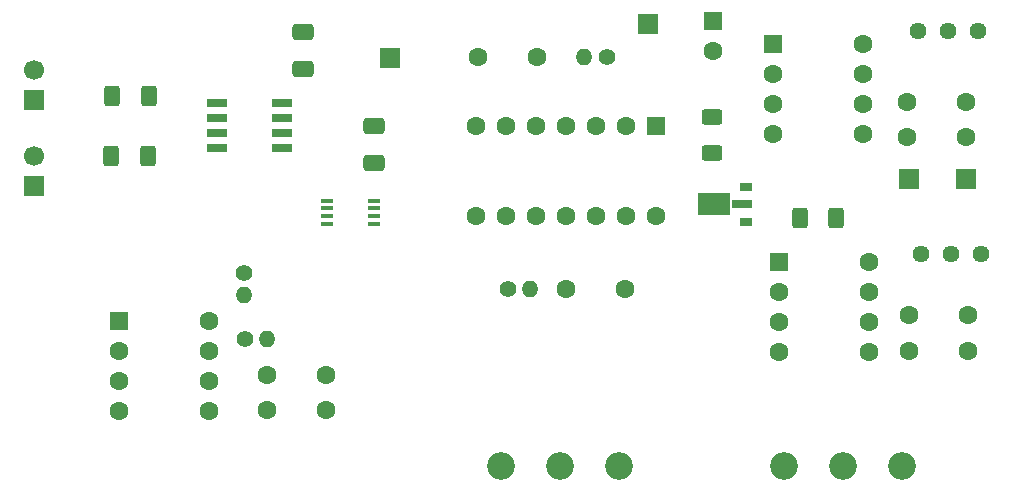
<source format=gbr>
%TF.GenerationSoftware,KiCad,Pcbnew,9.0.1-9.0.1-0~ubuntu24.04.1*%
%TF.CreationDate,2025-05-01T18:06:16+02:00*%
%TF.ProjectId,Circuito_LED,43697263-7569-4746-9f5f-4c45442e6b69,rev?*%
%TF.SameCoordinates,Original*%
%TF.FileFunction,Soldermask,Top*%
%TF.FilePolarity,Negative*%
%FSLAX46Y46*%
G04 Gerber Fmt 4.6, Leading zero omitted, Abs format (unit mm)*
G04 Created by KiCad (PCBNEW 9.0.1-9.0.1-0~ubuntu24.04.1) date 2025-05-01 18:06:16*
%MOMM*%
%LPD*%
G01*
G04 APERTURE LIST*
G04 Aperture macros list*
%AMRoundRect*
0 Rectangle with rounded corners*
0 $1 Rounding radius*
0 $2 $3 $4 $5 $6 $7 $8 $9 X,Y pos of 4 corners*
0 Add a 4 corners polygon primitive as box body*
4,1,4,$2,$3,$4,$5,$6,$7,$8,$9,$2,$3,0*
0 Add four circle primitives for the rounded corners*
1,1,$1+$1,$2,$3*
1,1,$1+$1,$4,$5*
1,1,$1+$1,$6,$7*
1,1,$1+$1,$8,$9*
0 Add four rect primitives between the rounded corners*
20,1,$1+$1,$2,$3,$4,$5,0*
20,1,$1+$1,$4,$5,$6,$7,0*
20,1,$1+$1,$6,$7,$8,$9,0*
20,1,$1+$1,$8,$9,$2,$3,0*%
G04 Aperture macros list end*
%ADD10R,1.700000X1.700000*%
%ADD11R,1.023099X0.354800*%
%ADD12C,1.600000*%
%ADD13C,1.400000*%
%ADD14O,1.400000X1.400000*%
%ADD15RoundRect,0.250000X-0.550000X0.550000X-0.550000X-0.550000X0.550000X-0.550000X0.550000X0.550000X0*%
%ADD16RoundRect,0.250000X0.400000X0.625000X-0.400000X0.625000X-0.400000X-0.625000X0.400000X-0.625000X0*%
%ADD17RoundRect,0.250000X-0.400000X-0.625000X0.400000X-0.625000X0.400000X0.625000X-0.400000X0.625000X0*%
%ADD18RoundRect,0.250000X-0.625000X0.400000X-0.625000X-0.400000X0.625000X-0.400000X0.625000X0.400000X0*%
%ADD19R,1.600000X1.600000*%
%ADD20RoundRect,0.250000X-0.550000X-0.550000X0.550000X-0.550000X0.550000X0.550000X-0.550000X0.550000X0*%
%ADD21R,1.100000X0.700000*%
%ADD22R,1.800000X0.700000*%
%ADD23R,2.800000X1.900000*%
%ADD24RoundRect,0.250000X-0.650000X0.412500X-0.650000X-0.412500X0.650000X-0.412500X0.650000X0.412500X0*%
%ADD25C,2.340000*%
%ADD26RoundRect,0.089250X-0.747750X-0.267750X0.747750X-0.267750X0.747750X0.267750X-0.747750X0.267750X0*%
%ADD27C,1.440000*%
%ADD28C,1.700000*%
G04 APERTURE END LIST*
D10*
%TO.C,GND*%
X167900000Y-94700000D03*
%TD*%
D11*
%TO.C,U5*%
X113831304Y-96500000D03*
X113831304Y-97149998D03*
X113831304Y-97800000D03*
X113831304Y-98449998D03*
X117750000Y-98449998D03*
X117750000Y-97800000D03*
X117750000Y-97149998D03*
X117750000Y-96500000D03*
%TD*%
D12*
%TO.C,C5*%
X167875000Y-91130000D03*
X162875000Y-91130000D03*
%TD*%
D13*
%TO.C,R3*%
X106750000Y-102595000D03*
D14*
X106750000Y-104495000D03*
%TD*%
D12*
%TO.C,C6*%
X162875000Y-88130000D03*
X167875000Y-88130000D03*
%TD*%
D10*
%TO.C,5V*%
X141000000Y-81500000D03*
%TD*%
D12*
%TO.C,C1*%
X168060000Y-109210000D03*
X163060000Y-109210000D03*
%TD*%
D15*
%TO.C,U3*%
X141620000Y-90195000D03*
D12*
X139080000Y-90195000D03*
X136540000Y-90195000D03*
X134000000Y-90195000D03*
X131460000Y-90195000D03*
X128920000Y-90195000D03*
X126380000Y-90195000D03*
X126380000Y-97815000D03*
X128920000Y-97815000D03*
X131460000Y-97815000D03*
X134000000Y-97815000D03*
X136540000Y-97815000D03*
X139080000Y-97815000D03*
X141620000Y-97815000D03*
%TD*%
D16*
%TO.C,R9*%
X156900000Y-98000000D03*
X153800000Y-98000000D03*
%TD*%
D12*
%TO.C,C2*%
X163060000Y-106210000D03*
X168060000Y-106210000D03*
%TD*%
D13*
%TO.C,R4*%
X106845000Y-108250000D03*
D14*
X108745000Y-108250000D03*
%TD*%
D17*
%TO.C,R11*%
X95600000Y-87600000D03*
X98700000Y-87600000D03*
%TD*%
D10*
%TO.C,GND*%
X119100000Y-84400000D03*
%TD*%
D12*
%TO.C,C14*%
X126580000Y-84315000D03*
X131580000Y-84315000D03*
%TD*%
D18*
%TO.C,R10*%
X146400000Y-89400000D03*
X146400000Y-92500000D03*
%TD*%
D19*
%TO.C,C7*%
X146500000Y-81294888D03*
D12*
X146500000Y-83794888D03*
%TD*%
D20*
%TO.C,U2*%
X96195000Y-106690000D03*
D12*
X96195000Y-109230000D03*
X96195000Y-111770000D03*
X96195000Y-114310000D03*
X103815000Y-114310000D03*
X103815000Y-111770000D03*
X103815000Y-109230000D03*
X103815000Y-106690000D03*
%TD*%
D21*
%TO.C,Q6*%
X149250000Y-95300000D03*
D22*
X148900000Y-96800000D03*
D21*
X149250000Y-98300000D03*
D23*
X146600000Y-96800000D03*
%TD*%
D13*
%TO.C,R14*%
X137485000Y-84315000D03*
D14*
X135585000Y-84315000D03*
%TD*%
D12*
%TO.C,C3*%
X113750000Y-114250000D03*
X108750000Y-114250000D03*
%TD*%
D24*
%TO.C,C16*%
X111750000Y-82187500D03*
X111750000Y-85312500D03*
%TD*%
D13*
%TO.C,R13*%
X129095000Y-104000000D03*
D14*
X130995000Y-104000000D03*
%TD*%
D25*
%TO.C,RV2*%
X128500000Y-119000000D03*
X133500000Y-119000000D03*
X138500000Y-119000000D03*
%TD*%
D20*
%TO.C,U1*%
X152060000Y-101670000D03*
D12*
X152060000Y-104210000D03*
X152060000Y-106750000D03*
X152060000Y-109290000D03*
X159680000Y-109290000D03*
X159680000Y-106750000D03*
X159680000Y-104210000D03*
X159680000Y-101670000D03*
%TD*%
D25*
%TO.C,RV1*%
X152500000Y-119000000D03*
X157500000Y-119000000D03*
X162500000Y-119000000D03*
%TD*%
D17*
%TO.C,R12*%
X95500000Y-92700000D03*
X98600000Y-92700000D03*
%TD*%
D26*
%TO.C,U9*%
X104480000Y-88190000D03*
X104480000Y-89460000D03*
X104480000Y-90730000D03*
X104480000Y-92000000D03*
X110000000Y-92000000D03*
X110000000Y-90730000D03*
X110000000Y-89460000D03*
X110000000Y-88190000D03*
%TD*%
D10*
%TO.C,OUT*%
X163100000Y-94700000D03*
%TD*%
D12*
%TO.C,C4*%
X108750000Y-111250000D03*
X113750000Y-111250000D03*
%TD*%
%TO.C,C13*%
X139000000Y-104000000D03*
X134000000Y-104000000D03*
%TD*%
D27*
%TO.C,RV3*%
X164060000Y-101000000D03*
X166600000Y-101000000D03*
X169140000Y-101000000D03*
%TD*%
D10*
%TO.C,SCAN*%
X89000000Y-88000000D03*
D28*
X89000000Y-85460000D03*
%TD*%
D24*
%TO.C,C15*%
X117750000Y-90187500D03*
X117750000Y-93312500D03*
%TD*%
D20*
%TO.C,U7*%
X151595000Y-83190000D03*
D12*
X151595000Y-85730000D03*
X151595000Y-88270000D03*
X151595000Y-90810000D03*
X159215000Y-90810000D03*
X159215000Y-88270000D03*
X159215000Y-85730000D03*
X159215000Y-83190000D03*
%TD*%
D10*
%TO.C,FRAME*%
X89025000Y-95250000D03*
D28*
X89025000Y-92710000D03*
%TD*%
D27*
%TO.C,RV4*%
X163795000Y-82130000D03*
X166335000Y-82130000D03*
X168875000Y-82130000D03*
%TD*%
M02*

</source>
